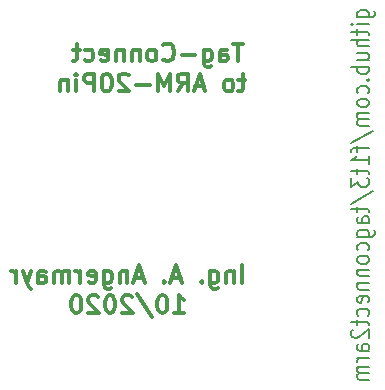
<source format=gbr>
G04 #@! TF.GenerationSoftware,KiCad,Pcbnew,5.1.6*
G04 #@! TF.CreationDate,2020-10-01T15:01:27+02:00*
G04 #@! TF.ProjectId,TagConnect2ARM,54616743-6f6e-46e6-9563-743241524d2e,rev?*
G04 #@! TF.SameCoordinates,Original*
G04 #@! TF.FileFunction,Legend,Bot*
G04 #@! TF.FilePolarity,Positive*
%FSLAX46Y46*%
G04 Gerber Fmt 4.6, Leading zero omitted, Abs format (unit mm)*
G04 Created by KiCad (PCBNEW 5.1.6) date 2020-10-01 15:01:27*
%MOMM*%
%LPD*%
G01*
G04 APERTURE LIST*
%ADD10C,0.200000*%
%ADD11C,0.300000*%
G04 APERTURE END LIST*
D10*
X156178571Y-92190476D02*
X157392857Y-92190476D01*
X157535714Y-92130952D01*
X157607142Y-92071428D01*
X157678571Y-91952380D01*
X157678571Y-91773809D01*
X157607142Y-91654761D01*
X157107142Y-92190476D02*
X157178571Y-92071428D01*
X157178571Y-91833333D01*
X157107142Y-91714285D01*
X157035714Y-91654761D01*
X156892857Y-91595238D01*
X156464285Y-91595238D01*
X156321428Y-91654761D01*
X156250000Y-91714285D01*
X156178571Y-91833333D01*
X156178571Y-92071428D01*
X156250000Y-92190476D01*
X157178571Y-92785714D02*
X156178571Y-92785714D01*
X155678571Y-92785714D02*
X155750000Y-92726190D01*
X155821428Y-92785714D01*
X155750000Y-92845238D01*
X155678571Y-92785714D01*
X155821428Y-92785714D01*
X156178571Y-93202380D02*
X156178571Y-93678571D01*
X155678571Y-93380952D02*
X156964285Y-93380952D01*
X157107142Y-93440476D01*
X157178571Y-93559523D01*
X157178571Y-93678571D01*
X157178571Y-94095238D02*
X155678571Y-94095238D01*
X157178571Y-94630952D02*
X156392857Y-94630952D01*
X156250000Y-94571428D01*
X156178571Y-94452380D01*
X156178571Y-94273809D01*
X156250000Y-94154761D01*
X156321428Y-94095238D01*
X156178571Y-95761904D02*
X157178571Y-95761904D01*
X156178571Y-95226190D02*
X156964285Y-95226190D01*
X157107142Y-95285714D01*
X157178571Y-95404761D01*
X157178571Y-95583333D01*
X157107142Y-95702380D01*
X157035714Y-95761904D01*
X157178571Y-96357142D02*
X155678571Y-96357142D01*
X156250000Y-96357142D02*
X156178571Y-96476190D01*
X156178571Y-96714285D01*
X156250000Y-96833333D01*
X156321428Y-96892857D01*
X156464285Y-96952380D01*
X156892857Y-96952380D01*
X157035714Y-96892857D01*
X157107142Y-96833333D01*
X157178571Y-96714285D01*
X157178571Y-96476190D01*
X157107142Y-96357142D01*
X157035714Y-97488095D02*
X157107142Y-97547619D01*
X157178571Y-97488095D01*
X157107142Y-97428571D01*
X157035714Y-97488095D01*
X157178571Y-97488095D01*
X157107142Y-98619047D02*
X157178571Y-98499999D01*
X157178571Y-98261904D01*
X157107142Y-98142857D01*
X157035714Y-98083333D01*
X156892857Y-98023809D01*
X156464285Y-98023809D01*
X156321428Y-98083333D01*
X156250000Y-98142857D01*
X156178571Y-98261904D01*
X156178571Y-98499999D01*
X156250000Y-98619047D01*
X157178571Y-99333333D02*
X157107142Y-99214285D01*
X157035714Y-99154761D01*
X156892857Y-99095238D01*
X156464285Y-99095238D01*
X156321428Y-99154761D01*
X156250000Y-99214285D01*
X156178571Y-99333333D01*
X156178571Y-99511904D01*
X156250000Y-99630952D01*
X156321428Y-99690476D01*
X156464285Y-99749999D01*
X156892857Y-99749999D01*
X157035714Y-99690476D01*
X157107142Y-99630952D01*
X157178571Y-99511904D01*
X157178571Y-99333333D01*
X157178571Y-100285714D02*
X156178571Y-100285714D01*
X156321428Y-100285714D02*
X156250000Y-100345238D01*
X156178571Y-100464285D01*
X156178571Y-100642857D01*
X156250000Y-100761904D01*
X156392857Y-100821428D01*
X157178571Y-100821428D01*
X156392857Y-100821428D02*
X156250000Y-100880952D01*
X156178571Y-100999999D01*
X156178571Y-101178571D01*
X156250000Y-101297619D01*
X156392857Y-101357142D01*
X157178571Y-101357142D01*
X155607142Y-102845238D02*
X157535714Y-101773809D01*
X156178571Y-103083333D02*
X156178571Y-103559523D01*
X157178571Y-103261904D02*
X155892857Y-103261904D01*
X155750000Y-103321428D01*
X155678571Y-103440476D01*
X155678571Y-103559523D01*
X157178571Y-104630952D02*
X157178571Y-103916666D01*
X157178571Y-104273809D02*
X155678571Y-104273809D01*
X155892857Y-104154761D01*
X156035714Y-104035714D01*
X156107142Y-103916666D01*
X156178571Y-104988095D02*
X156178571Y-105464285D01*
X155678571Y-105166666D02*
X156964285Y-105166666D01*
X157107142Y-105226190D01*
X157178571Y-105345238D01*
X157178571Y-105464285D01*
X155678571Y-105761904D02*
X155678571Y-106535714D01*
X156250000Y-106119047D01*
X156250000Y-106297619D01*
X156321428Y-106416666D01*
X156392857Y-106476190D01*
X156535714Y-106535714D01*
X156892857Y-106535714D01*
X157035714Y-106476190D01*
X157107142Y-106416666D01*
X157178571Y-106297619D01*
X157178571Y-105940476D01*
X157107142Y-105821428D01*
X157035714Y-105761904D01*
X155607142Y-107964285D02*
X157535714Y-106892857D01*
X156178571Y-108202380D02*
X156178571Y-108678571D01*
X155678571Y-108380952D02*
X156964285Y-108380952D01*
X157107142Y-108440476D01*
X157178571Y-108559523D01*
X157178571Y-108678571D01*
X157178571Y-109630952D02*
X156392857Y-109630952D01*
X156250000Y-109571428D01*
X156178571Y-109452380D01*
X156178571Y-109214285D01*
X156250000Y-109095238D01*
X157107142Y-109630952D02*
X157178571Y-109511904D01*
X157178571Y-109214285D01*
X157107142Y-109095238D01*
X156964285Y-109035714D01*
X156821428Y-109035714D01*
X156678571Y-109095238D01*
X156607142Y-109214285D01*
X156607142Y-109511904D01*
X156535714Y-109630952D01*
X156178571Y-110761904D02*
X157392857Y-110761904D01*
X157535714Y-110702380D01*
X157607142Y-110642857D01*
X157678571Y-110523809D01*
X157678571Y-110345238D01*
X157607142Y-110226190D01*
X157107142Y-110761904D02*
X157178571Y-110642857D01*
X157178571Y-110404761D01*
X157107142Y-110285714D01*
X157035714Y-110226190D01*
X156892857Y-110166666D01*
X156464285Y-110166666D01*
X156321428Y-110226190D01*
X156250000Y-110285714D01*
X156178571Y-110404761D01*
X156178571Y-110642857D01*
X156250000Y-110761904D01*
X157107142Y-111892857D02*
X157178571Y-111773809D01*
X157178571Y-111535714D01*
X157107142Y-111416666D01*
X157035714Y-111357142D01*
X156892857Y-111297619D01*
X156464285Y-111297619D01*
X156321428Y-111357142D01*
X156250000Y-111416666D01*
X156178571Y-111535714D01*
X156178571Y-111773809D01*
X156250000Y-111892857D01*
X157178571Y-112607142D02*
X157107142Y-112488095D01*
X157035714Y-112428571D01*
X156892857Y-112369047D01*
X156464285Y-112369047D01*
X156321428Y-112428571D01*
X156250000Y-112488095D01*
X156178571Y-112607142D01*
X156178571Y-112785714D01*
X156250000Y-112904761D01*
X156321428Y-112964285D01*
X156464285Y-113023809D01*
X156892857Y-113023809D01*
X157035714Y-112964285D01*
X157107142Y-112904761D01*
X157178571Y-112785714D01*
X157178571Y-112607142D01*
X156178571Y-113559523D02*
X157178571Y-113559523D01*
X156321428Y-113559523D02*
X156250000Y-113619047D01*
X156178571Y-113738095D01*
X156178571Y-113916666D01*
X156250000Y-114035714D01*
X156392857Y-114095238D01*
X157178571Y-114095238D01*
X156178571Y-114690476D02*
X157178571Y-114690476D01*
X156321428Y-114690476D02*
X156250000Y-114749999D01*
X156178571Y-114869047D01*
X156178571Y-115047619D01*
X156250000Y-115166666D01*
X156392857Y-115226190D01*
X157178571Y-115226190D01*
X157107142Y-116297619D02*
X157178571Y-116178571D01*
X157178571Y-115940476D01*
X157107142Y-115821428D01*
X156964285Y-115761904D01*
X156392857Y-115761904D01*
X156250000Y-115821428D01*
X156178571Y-115940476D01*
X156178571Y-116178571D01*
X156250000Y-116297619D01*
X156392857Y-116357142D01*
X156535714Y-116357142D01*
X156678571Y-115761904D01*
X157107142Y-117428571D02*
X157178571Y-117309523D01*
X157178571Y-117071428D01*
X157107142Y-116952380D01*
X157035714Y-116892857D01*
X156892857Y-116833333D01*
X156464285Y-116833333D01*
X156321428Y-116892857D01*
X156250000Y-116952380D01*
X156178571Y-117071428D01*
X156178571Y-117309523D01*
X156250000Y-117428571D01*
X156178571Y-117785714D02*
X156178571Y-118261904D01*
X155678571Y-117964285D02*
X156964285Y-117964285D01*
X157107142Y-118023809D01*
X157178571Y-118142857D01*
X157178571Y-118261904D01*
X155821428Y-118619047D02*
X155750000Y-118678571D01*
X155678571Y-118797619D01*
X155678571Y-119095238D01*
X155750000Y-119214285D01*
X155821428Y-119273809D01*
X155964285Y-119333333D01*
X156107142Y-119333333D01*
X156321428Y-119273809D01*
X157178571Y-118559523D01*
X157178571Y-119333333D01*
X157178571Y-120404761D02*
X156392857Y-120404761D01*
X156250000Y-120345238D01*
X156178571Y-120226190D01*
X156178571Y-119988095D01*
X156250000Y-119869047D01*
X157107142Y-120404761D02*
X157178571Y-120285714D01*
X157178571Y-119988095D01*
X157107142Y-119869047D01*
X156964285Y-119809523D01*
X156821428Y-119809523D01*
X156678571Y-119869047D01*
X156607142Y-119988095D01*
X156607142Y-120285714D01*
X156535714Y-120404761D01*
X157178571Y-120999999D02*
X156178571Y-120999999D01*
X156464285Y-120999999D02*
X156321428Y-121059523D01*
X156250000Y-121119047D01*
X156178571Y-121238095D01*
X156178571Y-121357142D01*
X157178571Y-121773809D02*
X156178571Y-121773809D01*
X156321428Y-121773809D02*
X156250000Y-121833333D01*
X156178571Y-121952380D01*
X156178571Y-122130952D01*
X156250000Y-122249999D01*
X156392857Y-122309523D01*
X157178571Y-122309523D01*
X156392857Y-122309523D02*
X156250000Y-122369047D01*
X156178571Y-122488095D01*
X156178571Y-122666666D01*
X156250000Y-122785714D01*
X156392857Y-122845238D01*
X157178571Y-122845238D01*
D11*
X146428571Y-114653571D02*
X146428571Y-113153571D01*
X145714285Y-113653571D02*
X145714285Y-114653571D01*
X145714285Y-113796428D02*
X145642857Y-113725000D01*
X145500000Y-113653571D01*
X145285714Y-113653571D01*
X145142857Y-113725000D01*
X145071428Y-113867857D01*
X145071428Y-114653571D01*
X143714285Y-113653571D02*
X143714285Y-114867857D01*
X143785714Y-115010714D01*
X143857142Y-115082142D01*
X144000000Y-115153571D01*
X144214285Y-115153571D01*
X144357142Y-115082142D01*
X143714285Y-114582142D02*
X143857142Y-114653571D01*
X144142857Y-114653571D01*
X144285714Y-114582142D01*
X144357142Y-114510714D01*
X144428571Y-114367857D01*
X144428571Y-113939285D01*
X144357142Y-113796428D01*
X144285714Y-113725000D01*
X144142857Y-113653571D01*
X143857142Y-113653571D01*
X143714285Y-113725000D01*
X143000000Y-114510714D02*
X142928571Y-114582142D01*
X143000000Y-114653571D01*
X143071428Y-114582142D01*
X143000000Y-114510714D01*
X143000000Y-114653571D01*
X141214285Y-114225000D02*
X140500000Y-114225000D01*
X141357142Y-114653571D02*
X140857142Y-113153571D01*
X140357142Y-114653571D01*
X139857142Y-114510714D02*
X139785714Y-114582142D01*
X139857142Y-114653571D01*
X139928571Y-114582142D01*
X139857142Y-114510714D01*
X139857142Y-114653571D01*
X138071428Y-114225000D02*
X137357142Y-114225000D01*
X138214285Y-114653571D02*
X137714285Y-113153571D01*
X137214285Y-114653571D01*
X136714285Y-113653571D02*
X136714285Y-114653571D01*
X136714285Y-113796428D02*
X136642857Y-113725000D01*
X136500000Y-113653571D01*
X136285714Y-113653571D01*
X136142857Y-113725000D01*
X136071428Y-113867857D01*
X136071428Y-114653571D01*
X134714285Y-113653571D02*
X134714285Y-114867857D01*
X134785714Y-115010714D01*
X134857142Y-115082142D01*
X135000000Y-115153571D01*
X135214285Y-115153571D01*
X135357142Y-115082142D01*
X134714285Y-114582142D02*
X134857142Y-114653571D01*
X135142857Y-114653571D01*
X135285714Y-114582142D01*
X135357142Y-114510714D01*
X135428571Y-114367857D01*
X135428571Y-113939285D01*
X135357142Y-113796428D01*
X135285714Y-113725000D01*
X135142857Y-113653571D01*
X134857142Y-113653571D01*
X134714285Y-113725000D01*
X133428571Y-114582142D02*
X133571428Y-114653571D01*
X133857142Y-114653571D01*
X134000000Y-114582142D01*
X134071428Y-114439285D01*
X134071428Y-113867857D01*
X134000000Y-113725000D01*
X133857142Y-113653571D01*
X133571428Y-113653571D01*
X133428571Y-113725000D01*
X133357142Y-113867857D01*
X133357142Y-114010714D01*
X134071428Y-114153571D01*
X132714285Y-114653571D02*
X132714285Y-113653571D01*
X132714285Y-113939285D02*
X132642857Y-113796428D01*
X132571428Y-113725000D01*
X132428571Y-113653571D01*
X132285714Y-113653571D01*
X131785714Y-114653571D02*
X131785714Y-113653571D01*
X131785714Y-113796428D02*
X131714285Y-113725000D01*
X131571428Y-113653571D01*
X131357142Y-113653571D01*
X131214285Y-113725000D01*
X131142857Y-113867857D01*
X131142857Y-114653571D01*
X131142857Y-113867857D02*
X131071428Y-113725000D01*
X130928571Y-113653571D01*
X130714285Y-113653571D01*
X130571428Y-113725000D01*
X130500000Y-113867857D01*
X130500000Y-114653571D01*
X129142857Y-114653571D02*
X129142857Y-113867857D01*
X129214285Y-113725000D01*
X129357142Y-113653571D01*
X129642857Y-113653571D01*
X129785714Y-113725000D01*
X129142857Y-114582142D02*
X129285714Y-114653571D01*
X129642857Y-114653571D01*
X129785714Y-114582142D01*
X129857142Y-114439285D01*
X129857142Y-114296428D01*
X129785714Y-114153571D01*
X129642857Y-114082142D01*
X129285714Y-114082142D01*
X129142857Y-114010714D01*
X128571428Y-113653571D02*
X128214285Y-114653571D01*
X127857142Y-113653571D02*
X128214285Y-114653571D01*
X128357142Y-115010714D01*
X128428571Y-115082142D01*
X128571428Y-115153571D01*
X127285714Y-114653571D02*
X127285714Y-113653571D01*
X127285714Y-113939285D02*
X127214285Y-113796428D01*
X127142857Y-113725000D01*
X127000000Y-113653571D01*
X126857142Y-113653571D01*
X140678571Y-117203571D02*
X141535714Y-117203571D01*
X141107142Y-117203571D02*
X141107142Y-115703571D01*
X141250000Y-115917857D01*
X141392857Y-116060714D01*
X141535714Y-116132142D01*
X139750000Y-115703571D02*
X139607142Y-115703571D01*
X139464285Y-115775000D01*
X139392857Y-115846428D01*
X139321428Y-115989285D01*
X139250000Y-116275000D01*
X139250000Y-116632142D01*
X139321428Y-116917857D01*
X139392857Y-117060714D01*
X139464285Y-117132142D01*
X139607142Y-117203571D01*
X139750000Y-117203571D01*
X139892857Y-117132142D01*
X139964285Y-117060714D01*
X140035714Y-116917857D01*
X140107142Y-116632142D01*
X140107142Y-116275000D01*
X140035714Y-115989285D01*
X139964285Y-115846428D01*
X139892857Y-115775000D01*
X139750000Y-115703571D01*
X137535714Y-115632142D02*
X138821428Y-117560714D01*
X137107142Y-115846428D02*
X137035714Y-115775000D01*
X136892857Y-115703571D01*
X136535714Y-115703571D01*
X136392857Y-115775000D01*
X136321428Y-115846428D01*
X136250000Y-115989285D01*
X136250000Y-116132142D01*
X136321428Y-116346428D01*
X137178571Y-117203571D01*
X136250000Y-117203571D01*
X135321428Y-115703571D02*
X135178571Y-115703571D01*
X135035714Y-115775000D01*
X134964285Y-115846428D01*
X134892857Y-115989285D01*
X134821428Y-116275000D01*
X134821428Y-116632142D01*
X134892857Y-116917857D01*
X134964285Y-117060714D01*
X135035714Y-117132142D01*
X135178571Y-117203571D01*
X135321428Y-117203571D01*
X135464285Y-117132142D01*
X135535714Y-117060714D01*
X135607142Y-116917857D01*
X135678571Y-116632142D01*
X135678571Y-116275000D01*
X135607142Y-115989285D01*
X135535714Y-115846428D01*
X135464285Y-115775000D01*
X135321428Y-115703571D01*
X134250000Y-115846428D02*
X134178571Y-115775000D01*
X134035714Y-115703571D01*
X133678571Y-115703571D01*
X133535714Y-115775000D01*
X133464285Y-115846428D01*
X133392857Y-115989285D01*
X133392857Y-116132142D01*
X133464285Y-116346428D01*
X134321428Y-117203571D01*
X133392857Y-117203571D01*
X132464285Y-115703571D02*
X132321428Y-115703571D01*
X132178571Y-115775000D01*
X132107142Y-115846428D01*
X132035714Y-115989285D01*
X131964285Y-116275000D01*
X131964285Y-116632142D01*
X132035714Y-116917857D01*
X132107142Y-117060714D01*
X132178571Y-117132142D01*
X132321428Y-117203571D01*
X132464285Y-117203571D01*
X132607142Y-117132142D01*
X132678571Y-117060714D01*
X132750000Y-116917857D01*
X132821428Y-116632142D01*
X132821428Y-116275000D01*
X132750000Y-115989285D01*
X132678571Y-115846428D01*
X132607142Y-115775000D01*
X132464285Y-115703571D01*
X146535714Y-94403571D02*
X145678571Y-94403571D01*
X146107142Y-95903571D02*
X146107142Y-94403571D01*
X144535714Y-95903571D02*
X144535714Y-95117857D01*
X144607142Y-94975000D01*
X144750000Y-94903571D01*
X145035714Y-94903571D01*
X145178571Y-94975000D01*
X144535714Y-95832142D02*
X144678571Y-95903571D01*
X145035714Y-95903571D01*
X145178571Y-95832142D01*
X145250000Y-95689285D01*
X145250000Y-95546428D01*
X145178571Y-95403571D01*
X145035714Y-95332142D01*
X144678571Y-95332142D01*
X144535714Y-95260714D01*
X143178571Y-94903571D02*
X143178571Y-96117857D01*
X143250000Y-96260714D01*
X143321428Y-96332142D01*
X143464285Y-96403571D01*
X143678571Y-96403571D01*
X143821428Y-96332142D01*
X143178571Y-95832142D02*
X143321428Y-95903571D01*
X143607142Y-95903571D01*
X143750000Y-95832142D01*
X143821428Y-95760714D01*
X143892857Y-95617857D01*
X143892857Y-95189285D01*
X143821428Y-95046428D01*
X143750000Y-94975000D01*
X143607142Y-94903571D01*
X143321428Y-94903571D01*
X143178571Y-94975000D01*
X142464285Y-95332142D02*
X141321428Y-95332142D01*
X139750000Y-95760714D02*
X139821428Y-95832142D01*
X140035714Y-95903571D01*
X140178571Y-95903571D01*
X140392857Y-95832142D01*
X140535714Y-95689285D01*
X140607142Y-95546428D01*
X140678571Y-95260714D01*
X140678571Y-95046428D01*
X140607142Y-94760714D01*
X140535714Y-94617857D01*
X140392857Y-94475000D01*
X140178571Y-94403571D01*
X140035714Y-94403571D01*
X139821428Y-94475000D01*
X139750000Y-94546428D01*
X138892857Y-95903571D02*
X139035714Y-95832142D01*
X139107142Y-95760714D01*
X139178571Y-95617857D01*
X139178571Y-95189285D01*
X139107142Y-95046428D01*
X139035714Y-94975000D01*
X138892857Y-94903571D01*
X138678571Y-94903571D01*
X138535714Y-94975000D01*
X138464285Y-95046428D01*
X138392857Y-95189285D01*
X138392857Y-95617857D01*
X138464285Y-95760714D01*
X138535714Y-95832142D01*
X138678571Y-95903571D01*
X138892857Y-95903571D01*
X137750000Y-94903571D02*
X137750000Y-95903571D01*
X137750000Y-95046428D02*
X137678571Y-94975000D01*
X137535714Y-94903571D01*
X137321428Y-94903571D01*
X137178571Y-94975000D01*
X137107142Y-95117857D01*
X137107142Y-95903571D01*
X136392857Y-94903571D02*
X136392857Y-95903571D01*
X136392857Y-95046428D02*
X136321428Y-94975000D01*
X136178571Y-94903571D01*
X135964285Y-94903571D01*
X135821428Y-94975000D01*
X135750000Y-95117857D01*
X135750000Y-95903571D01*
X134464285Y-95832142D02*
X134607142Y-95903571D01*
X134892857Y-95903571D01*
X135035714Y-95832142D01*
X135107142Y-95689285D01*
X135107142Y-95117857D01*
X135035714Y-94975000D01*
X134892857Y-94903571D01*
X134607142Y-94903571D01*
X134464285Y-94975000D01*
X134392857Y-95117857D01*
X134392857Y-95260714D01*
X135107142Y-95403571D01*
X133107142Y-95832142D02*
X133250000Y-95903571D01*
X133535714Y-95903571D01*
X133678571Y-95832142D01*
X133750000Y-95760714D01*
X133821428Y-95617857D01*
X133821428Y-95189285D01*
X133750000Y-95046428D01*
X133678571Y-94975000D01*
X133535714Y-94903571D01*
X133250000Y-94903571D01*
X133107142Y-94975000D01*
X132678571Y-94903571D02*
X132107142Y-94903571D01*
X132464285Y-94403571D02*
X132464285Y-95689285D01*
X132392857Y-95832142D01*
X132250000Y-95903571D01*
X132107142Y-95903571D01*
X146678571Y-97453571D02*
X146107142Y-97453571D01*
X146464285Y-96953571D02*
X146464285Y-98239285D01*
X146392857Y-98382142D01*
X146250000Y-98453571D01*
X146107142Y-98453571D01*
X145392857Y-98453571D02*
X145535714Y-98382142D01*
X145607142Y-98310714D01*
X145678571Y-98167857D01*
X145678571Y-97739285D01*
X145607142Y-97596428D01*
X145535714Y-97525000D01*
X145392857Y-97453571D01*
X145178571Y-97453571D01*
X145035714Y-97525000D01*
X144964285Y-97596428D01*
X144892857Y-97739285D01*
X144892857Y-98167857D01*
X144964285Y-98310714D01*
X145035714Y-98382142D01*
X145178571Y-98453571D01*
X145392857Y-98453571D01*
X143178571Y-98025000D02*
X142464285Y-98025000D01*
X143321428Y-98453571D02*
X142821428Y-96953571D01*
X142321428Y-98453571D01*
X140964285Y-98453571D02*
X141464285Y-97739285D01*
X141821428Y-98453571D02*
X141821428Y-96953571D01*
X141250000Y-96953571D01*
X141107142Y-97025000D01*
X141035714Y-97096428D01*
X140964285Y-97239285D01*
X140964285Y-97453571D01*
X141035714Y-97596428D01*
X141107142Y-97667857D01*
X141250000Y-97739285D01*
X141821428Y-97739285D01*
X140321428Y-98453571D02*
X140321428Y-96953571D01*
X139821428Y-98025000D01*
X139321428Y-96953571D01*
X139321428Y-98453571D01*
X138607142Y-97882142D02*
X137464285Y-97882142D01*
X136821428Y-97096428D02*
X136750000Y-97025000D01*
X136607142Y-96953571D01*
X136250000Y-96953571D01*
X136107142Y-97025000D01*
X136035714Y-97096428D01*
X135964285Y-97239285D01*
X135964285Y-97382142D01*
X136035714Y-97596428D01*
X136892857Y-98453571D01*
X135964285Y-98453571D01*
X135035714Y-96953571D02*
X134892857Y-96953571D01*
X134750000Y-97025000D01*
X134678571Y-97096428D01*
X134607142Y-97239285D01*
X134535714Y-97525000D01*
X134535714Y-97882142D01*
X134607142Y-98167857D01*
X134678571Y-98310714D01*
X134750000Y-98382142D01*
X134892857Y-98453571D01*
X135035714Y-98453571D01*
X135178571Y-98382142D01*
X135250000Y-98310714D01*
X135321428Y-98167857D01*
X135392857Y-97882142D01*
X135392857Y-97525000D01*
X135321428Y-97239285D01*
X135250000Y-97096428D01*
X135178571Y-97025000D01*
X135035714Y-96953571D01*
X133892857Y-98453571D02*
X133892857Y-96953571D01*
X133321428Y-96953571D01*
X133178571Y-97025000D01*
X133107142Y-97096428D01*
X133035714Y-97239285D01*
X133035714Y-97453571D01*
X133107142Y-97596428D01*
X133178571Y-97667857D01*
X133321428Y-97739285D01*
X133892857Y-97739285D01*
X132392857Y-98453571D02*
X132392857Y-97453571D01*
X132392857Y-96953571D02*
X132464285Y-97025000D01*
X132392857Y-97096428D01*
X132321428Y-97025000D01*
X132392857Y-96953571D01*
X132392857Y-97096428D01*
X131678571Y-97453571D02*
X131678571Y-98453571D01*
X131678571Y-97596428D02*
X131607142Y-97525000D01*
X131464285Y-97453571D01*
X131250000Y-97453571D01*
X131107142Y-97525000D01*
X131035714Y-97667857D01*
X131035714Y-98453571D01*
M02*

</source>
